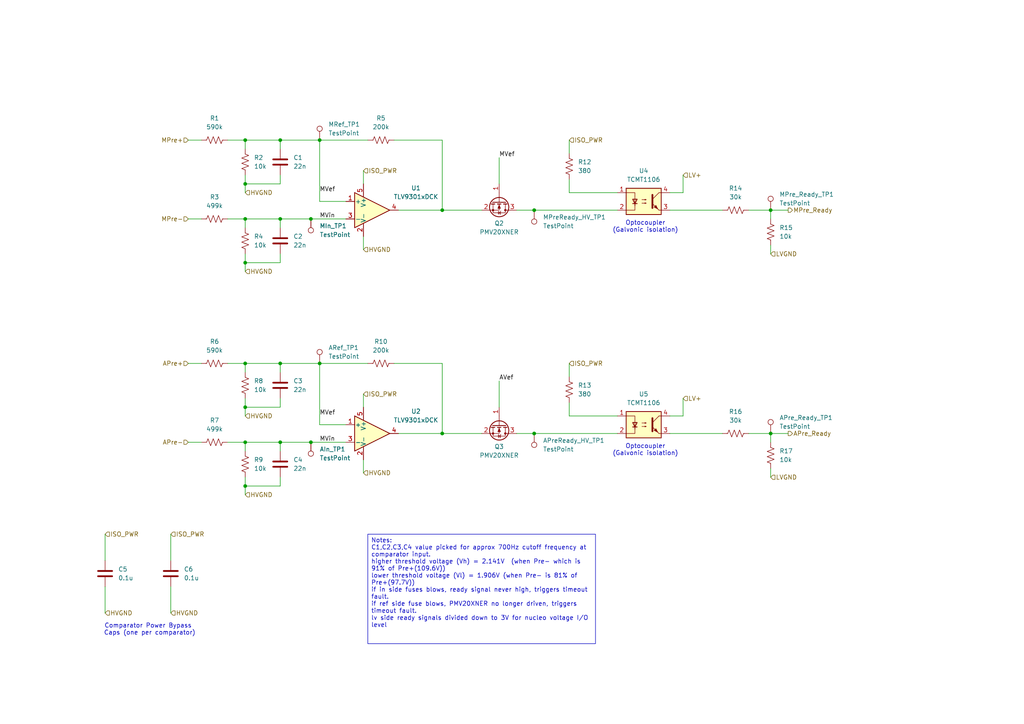
<source format=kicad_sch>
(kicad_sch (version 20250114) (generator "eeschema") (generator_version "9.0")
  (paper "A4")
  (lib_symbols
    (symbol "Amplifier_Operational:TLV9301xDCK" (pin_names (offset 0.127))
      (property "Reference" "U" (at 7.62 2.54 0))
      (property "Value" "TLV9301xDCK" (at 11.43 -2.54 0))
      (symbol "TLV9301xDCK_0_1"
        (polyline (pts (xy -2.54 5.08) (xy -2.54 -5.08) (xy 7.62 0) (xy -2.54 5.08)) (stroke (width 0.254)) (fill (type background)))
      )
      (symbol "TLV9301xDCK_1_1"
        (pin input line (at -5.08 2.54 0) (length 2.54) (name "+") (number "1"))
        (pin input line (at -5.08 -2.54 0) (length 2.54) (name "-") (number "3"))
        (pin power_in line (at 0 7.62 270) (length 3.81) (name "V+") (number "5"))
        (pin power_in line (at 0 -7.62 90) (length 3.81) (name "V-") (number "2"))
        (pin output line (at 10.16 0 180) (length 2.54) (name "~") (number "4"))
      )
    )
    (symbol "Connector:TestPoint" (pin_numbers (hide yes)) (pin_names (offset 0.762) (hide yes))
      (property "Reference" "TP" (at 0 6.858 0))
      (property "Value" "TestPoint" (at 0 5.08 0))
      (symbol "TestPoint_0_1"
        (circle (center 0 3.302) (radius 0.762))
      )
      (symbol "TestPoint_1_1"
        (pin passive line (at 0 0 90) (length 2.54) (name "1") (number "1"))
      )
    )
    (symbol "Device:C" (pin_numbers (hide yes)) (pin_names (offset 0.254))
      (property "Reference" "C" (at 0.635 2.54 0))
      (property "Value" "C" (at 0.635 -2.54 0))
      (symbol "C_0_1"
        (polyline (pts (xy -2.032 0.762) (xy 2.032 0.762)) (stroke (width 0.508)))
        (polyline (pts (xy -2.032 -0.762) (xy 2.032 -0.762)) (stroke (width 0.508)))
      )
      (symbol "C_1_1"
        (pin passive line (at 0 3.81 270) (length 2.794) (name "~") (number "1"))
        (pin passive line (at 0 -3.81 90) (length 2.794) (name "~") (number "2"))
      )
    )
    (symbol "Device:R_US" (pin_numbers (hide yes)) (pin_names (offset 0))
      (property "Reference" "R" (at 2.54 0 90))
      (property "Value" "R_US" (at -2.54 0 90))
      (symbol "R_US_0_1"
        (polyline (pts (xy 0 2.286) (xy 0 2.54)))
        (polyline (pts (xy 0 2.286) (xy 1.016 1.905) (xy 0 1.524) (xy -1.016 1.143) (xy 0 0.762)))
        (polyline (pts (xy 0 0.762) (xy 1.016 0.381) (xy 0 0) (xy -1.016 -0.381) (xy 0 -0.762)))
        (polyline (pts (xy 0 -0.762) (xy 1.016 -1.143) (xy 0 -1.524) (xy -1.016 -1.905) (xy 0 -2.286)))
        (polyline (pts (xy 0 -2.286) (xy 0 -2.54)))
      )
      (symbol "R_US_1_1"
        (pin passive line (at 0 3.81 270) (length 1.27) (name "~") (number "1"))
        (pin passive line (at 0 -3.81 90) (length 1.27) (name "~") (number "2"))
      )
    )
    (symbol "Isolator:TCMT1106" (pin_names (offset 1.016))
      (property "Reference" "U" (at 0 5.08 0))
      (property "Value" "TCMT1106" (at 0 -5.08 0))
      (symbol "TCMT1106_1_1"
        (rectangle (start -5.08 3.81) (end 5.08 -3.81) (stroke (width 0.254)) (fill (type background)))
        (polyline (pts (xy -5.08 2.54) (xy -2.54 2.54) (xy -2.54 -1.27) (xy -2.54 0.635)))
        (polyline (pts (xy -3.175 -0.635) (xy -1.905 -0.635)) (stroke (width 0.254)))
        (polyline (pts (xy -2.54 -0.635) (xy -2.54 -2.54) (xy -5.08 -2.54)))
        (polyline (pts (xy -2.54 -0.635) (xy -3.175 0.635) (xy -1.905 0.635) (xy -2.54 -0.635)) (stroke (width 0.254)))
        (polyline (pts (xy -0.508 0.508) (xy 0.762 0.508) (xy 0.381 0.381) (xy 0.381 0.635) (xy 0.762 0.508)))
        (polyline (pts (xy -0.508 -0.508) (xy 0.762 -0.508) (xy 0.381 -0.635) (xy 0.381 -0.381) (xy 0.762 -0.508)))
        (polyline (pts (xy 2.54 1.905) (xy 2.54 -1.905) (xy 2.54 -1.905)) (stroke (width 0.508)))
        (polyline (pts (xy 2.54 0.635) (xy 4.445 2.54)))
        (polyline (pts (xy 3.048 -1.651) (xy 3.556 -1.143) (xy 4.064 -2.159) (xy 3.048 -1.651) (xy 3.048 -1.651)) (fill (type outline)))
        (polyline (pts (xy 4.445 2.54) (xy 5.08 2.54)))
        (polyline (pts (xy 4.445 -2.54) (xy 2.54 -0.635)) (fill (type outline)))
        (polyline (pts (xy 4.445 -2.54) (xy 5.08 -2.54)))
        (pin passive line (at -7.62 2.54 0) (length 2.54) (name "~") (number "1"))
        (pin passive line (at -7.62 -2.54 0) (length 2.54) (name "~") (number "2"))
        (pin passive line (at 7.62 2.54 180) (length 2.54) (name "~") (number "4"))
        (pin passive line (at 7.62 -2.54 180) (length 2.54) (name "~") (number "3"))
      )
    )
    (symbol "Transistor_FET:IRLML0030" (pin_names (hide yes))
      (property "Reference" "Q" (at 5.08 1.905 0))
      (property "Value" "IRLML0030" (at 5.08 0 0))
      (symbol "IRLML0030_0_1"
        (polyline (pts (xy 0.254 1.905) (xy 0.254 -1.905)) (stroke (width 0.254)))
        (polyline (pts (xy 0.254 0) (xy -2.54 0)))
        (polyline (pts (xy 0.762 2.286) (xy 0.762 1.27)) (stroke (width 0.254)))
        (polyline (pts (xy 0.762 0.508) (xy 0.762 -0.508)) (stroke (width 0.254)))
        (polyline (pts (xy 0.762 -1.27) (xy 0.762 -2.286)) (stroke (width 0.254)))
        (polyline (pts (xy 0.762 -1.778) (xy 3.302 -1.778) (xy 3.302 1.778) (xy 0.762 1.778)))
        (polyline (pts (xy 1.016 0) (xy 2.032 0.381) (xy 2.032 -0.381) (xy 1.016 0)) (fill (type outline)))
        (circle (center 1.651 0) (radius 2.794) (stroke (width 0.254)))
        (polyline (pts (xy 2.54 2.54) (xy 2.54 1.778)))
        (circle (center 2.54 1.778) (radius 0.254) (fill (type outline)))
        (circle (center 2.54 -1.778) (radius 0.254) (fill (type outline)))
        (polyline (pts (xy 2.54 -2.54) (xy 2.54 0) (xy 0.762 0)))
        (polyline (pts (xy 2.794 0.508) (xy 2.921 0.381) (xy 3.683 0.381) (xy 3.81 0.254)))
        (polyline (pts (xy 3.302 0.381) (xy 2.921 -0.254) (xy 3.683 -0.254) (xy 3.302 0.381)))
      )
      (symbol "IRLML0030_1_1"
        (pin input line (at -5.08 0 0) (length 2.54) (name "G") (number "1"))
        (pin passive line (at 2.54 5.08 270) (length 2.54) (name "D") (number "3"))
        (pin passive line (at 2.54 -5.08 90) (length 2.54) (name "S") (number "2"))
      )
    )
  )
  (text "Optocoupler\n(Galvonic isolation)" (at 187.198 130.556 0) (effects (font (size 1.27 1.27))))
  (text "Comparator Power Bypass \nCaps (one per comparator)" (at 43.434 182.626 0) (effects (font (size 1.27 1.27))))
  (text "Optocoupler\n(Galvonic isolation)" (at 187.198 65.786 0) (effects (font (size 1.27 1.27))))
  (text_box "Notes:\nC1,C2,C3,C4 value picked for approx 700Hz cutoff frequency at comparator input.\nhigher threshold voltage (Vh) = 2.141V  (when Pre- which is 91% of Pre+(109.6V))\nlower threshold voltage (Vl) = 1.906V (when Pre- is 81% of Pre+(97.7V))\nif in side fuses blows, ready signal never high, triggers timeout fault.\nif ref side fuse blows, PMV20XNER no longer driven, triggers timeout fault.\nlv side ready signals divided down to 3V for nucleo voltage I/O level" (at 106.68 154.94 0) (size 66.04 31.75) (margins 0.9525 0.9525 0.9525 0.9525) (effects (font (size 1.27 1.27)) (justify left top)))
  (junction (at 81.28 63.5))
  (junction (at 71.12 76.2))
  (junction (at 128.27 125.73))
  (junction (at 71.12 105.41))
  (junction (at 71.12 128.27))
  (junction (at 71.12 53.34))
  (junction (at 90.17 63.5))
  (junction (at 71.12 63.5))
  (junction (at 154.94 60.96))
  (junction (at 81.28 40.64))
  (junction (at 92.71 105.41))
  (junction (at 81.28 128.27))
  (junction (at 223.52 125.73))
  (junction (at 81.28 105.41))
  (junction (at 90.17 128.27))
  (junction (at 71.12 40.64))
  (junction (at 154.94 125.73))
  (junction (at 71.12 140.97))
  (junction (at 71.12 118.11))
  (junction (at 128.27 60.96))
  (junction (at 223.52 60.96))
  (junction (at 92.71 40.64))
  (wire (pts (xy 54.61 63.5) (xy 58.42 63.5)))
  (wire (pts (xy 194.31 120.65) (xy 198.12 120.65)))
  (wire (pts (xy 165.1 120.65) (xy 165.1 116.84)))
  (wire (pts (xy 81.28 115.57) (xy 81.28 118.11)))
  (wire (pts (xy 81.28 118.11) (xy 71.12 118.11)))
  (wire (pts (xy 92.71 105.41) (xy 81.28 105.41)))
  (wire (pts (xy 81.28 138.43) (xy 81.28 140.97)))
  (wire (pts (xy 165.1 105.41) (xy 165.1 109.22)))
  (wire (pts (xy 71.12 140.97) (xy 71.12 143.51)))
  (wire (pts (xy 66.04 128.27) (xy 71.12 128.27)))
  (wire (pts (xy 71.12 50.8) (xy 71.12 53.34)))
  (wire (pts (xy 71.12 105.41) (xy 71.12 107.95)))
  (wire (pts (xy 128.27 105.41) (xy 114.3 105.41)))
  (wire (pts (xy 71.12 40.64) (xy 71.12 43.18)))
  (wire (pts (xy 115.57 125.73) (xy 128.27 125.73)))
  (wire (pts (xy 144.78 45.72) (xy 144.78 53.34)))
  (wire (pts (xy 90.17 63.5) (xy 100.33 63.5)))
  (wire (pts (xy 54.61 128.27) (xy 58.42 128.27)))
  (wire (pts (xy 81.28 128.27) (xy 90.17 128.27)))
  (wire (pts (xy 223.52 60.96) (xy 223.52 63.5)))
  (wire (pts (xy 115.57 60.96) (xy 128.27 60.96)))
  (wire (pts (xy 81.28 63.5) (xy 90.17 63.5)))
  (wire (pts (xy 66.04 40.64) (xy 71.12 40.64)))
  (wire (pts (xy 81.28 66.04) (xy 81.28 63.5)))
  (wire (pts (xy 154.94 60.96) (xy 179.07 60.96)))
  (wire (pts (xy 81.28 63.5) (xy 71.12 63.5)))
  (wire (pts (xy 49.53 170.18) (xy 49.53 177.8)))
  (wire (pts (xy 223.52 125.73) (xy 228.6 125.73)))
  (wire (pts (xy 90.17 128.27) (xy 100.33 128.27)))
  (wire (pts (xy 217.17 125.73) (xy 223.52 125.73)))
  (wire (pts (xy 128.27 40.64) (xy 114.3 40.64)))
  (wire (pts (xy 92.71 40.64) (xy 106.68 40.64)))
  (wire (pts (xy 30.48 154.94) (xy 30.48 162.56)))
  (wire (pts (xy 71.12 128.27) (xy 71.12 130.81)))
  (wire (pts (xy 165.1 55.88) (xy 179.07 55.88)))
  (wire (pts (xy 105.41 114.3) (xy 105.41 118.11)))
  (wire (pts (xy 54.61 105.41) (xy 58.42 105.41)))
  (wire (pts (xy 194.31 125.73) (xy 209.55 125.73)))
  (wire (pts (xy 81.28 76.2) (xy 71.12 76.2)))
  (wire (pts (xy 194.31 55.88) (xy 198.12 55.88)))
  (wire (pts (xy 81.28 50.8) (xy 81.28 53.34)))
  (wire (pts (xy 71.12 40.64) (xy 81.28 40.64)))
  (wire (pts (xy 144.78 110.49) (xy 144.78 118.11)))
  (wire (pts (xy 71.12 105.41) (xy 81.28 105.41)))
  (wire (pts (xy 100.33 123.19) (xy 92.71 123.19)))
  (wire (pts (xy 92.71 105.41) (xy 92.71 123.19)))
  (wire (pts (xy 217.17 60.96) (xy 223.52 60.96)))
  (wire (pts (xy 71.12 138.43) (xy 71.12 140.97)))
  (wire (pts (xy 81.28 43.18) (xy 81.28 40.64)))
  (wire (pts (xy 81.28 128.27) (xy 71.12 128.27)))
  (wire (pts (xy 92.71 40.64) (xy 92.71 58.42)))
  (wire (pts (xy 223.52 135.89) (xy 223.52 138.43)))
  (wire (pts (xy 194.31 60.96) (xy 209.55 60.96)))
  (wire (pts (xy 105.41 133.35) (xy 105.41 137.16)))
  (wire (pts (xy 165.1 55.88) (xy 165.1 52.07)))
  (wire (pts (xy 165.1 40.64) (xy 165.1 44.45)))
  (wire (pts (xy 81.28 140.97) (xy 71.12 140.97)))
  (wire (pts (xy 54.61 40.64) (xy 58.42 40.64)))
  (wire (pts (xy 105.41 68.58) (xy 105.41 72.39)))
  (wire (pts (xy 92.71 40.64) (xy 81.28 40.64)))
  (wire (pts (xy 81.28 130.81) (xy 81.28 128.27)))
  (wire (pts (xy 49.53 154.94) (xy 49.53 162.56)))
  (wire (pts (xy 71.12 63.5) (xy 71.12 66.04)))
  (wire (pts (xy 81.28 73.66) (xy 81.28 76.2)))
  (wire (pts (xy 71.12 118.11) (xy 71.12 120.65)))
  (wire (pts (xy 71.12 76.2) (xy 71.12 78.74)))
  (wire (pts (xy 223.52 125.73) (xy 223.52 128.27)))
  (wire (pts (xy 66.04 63.5) (xy 71.12 63.5)))
  (wire (pts (xy 149.86 125.73) (xy 154.94 125.73)))
  (wire (pts (xy 92.71 105.41) (xy 106.68 105.41)))
  (wire (pts (xy 81.28 107.95) (xy 81.28 105.41)))
  (wire (pts (xy 105.41 49.53) (xy 105.41 53.34)))
  (wire (pts (xy 223.52 71.12) (xy 223.52 73.66)))
  (wire (pts (xy 71.12 115.57) (xy 71.12 118.11)))
  (wire (pts (xy 165.1 120.65) (xy 179.07 120.65)))
  (wire (pts (xy 30.48 170.18) (xy 30.48 177.8)))
  (wire (pts (xy 71.12 73.66) (xy 71.12 76.2)))
  (wire (pts (xy 128.27 60.96) (xy 139.7 60.96)))
  (wire (pts (xy 149.86 60.96) (xy 154.94 60.96)))
  (wire (pts (xy 198.12 50.8) (xy 198.12 55.88)))
  (wire (pts (xy 100.33 58.42) (xy 92.71 58.42)))
  (wire (pts (xy 128.27 125.73) (xy 128.27 105.41)))
  (wire (pts (xy 128.27 125.73) (xy 139.7 125.73)))
  (wire (pts (xy 154.94 125.73) (xy 179.07 125.73)))
  (wire (pts (xy 71.12 53.34) (xy 71.12 55.88)))
  (wire (pts (xy 223.52 60.96) (xy 228.6 60.96)))
  (wire (pts (xy 66.04 105.41) (xy 71.12 105.41)))
  (wire (pts (xy 128.27 60.96) (xy 128.27 40.64)))
  (wire (pts (xy 198.12 115.57) (xy 198.12 120.65)))
  (wire (pts (xy 81.28 53.34) (xy 71.12 53.34)))
  (label "AVef" (at 144.78 110.49 0))
  (label "MVef" (at 144.78 45.72 0))
  (label "MVin" (at 92.71 63.5 0))
  (label "MVin" (at 92.71 128.27 0))
  (label "MVef" (at 92.71 120.65 0))
  (label "MVef" (at 92.71 55.88 0))
  (hierarchical_label "ISO_PWR" (shape input) (at 30.48 154.94 0))
  (hierarchical_label "LVGND" (shape input) (at 223.52 138.43 0))
  (hierarchical_label "HVGND" (shape input) (at 105.41 72.39 0))
  (hierarchical_label "MPre-" (shape input) (at 54.61 63.5 180))
  (hierarchical_label "APre-" (shape input) (at 54.61 128.27 180))
  (hierarchical_label "LVGND" (shape input) (at 223.52 73.66 0))
  (hierarchical_label "ISO_PWR" (shape input) (at 165.1 105.41 0))
  (hierarchical_label "HVGND" (shape input) (at 71.12 55.88 0))
  (hierarchical_label "LV+" (shape input) (at 198.12 115.57 0))
  (hierarchical_label "MPre_Ready" (shape output) (at 228.6 60.96 0))
  (hierarchical_label "HVGND" (shape input) (at 49.53 177.8 0))
  (hierarchical_label "HVGND" (shape input) (at 71.12 120.65 0))
  (hierarchical_label "LV+" (shape input) (at 198.12 50.8 0))
  (hierarchical_label "ISO_PWR" (shape input) (at 165.1 40.64 0))
  (hierarchical_label "ISO_PWR" (shape input) (at 105.41 114.3 0))
  (hierarchical_label "HVGND" (shape input) (at 71.12 143.51 0))
  (hierarchical_label "HVGND" (shape input) (at 30.48 177.8 0))
  (hierarchical_label "HVGND" (shape input) (at 71.12 78.74 0))
  (hierarchical_label "ISO_PWR" (shape input) (at 49.53 154.94 0))
  (hierarchical_label "ISO_PWR" (shape input) (at 105.41 49.53 0))
  (hierarchical_label "MPre+" (shape input) (at 54.61 40.64 180))
  (hierarchical_label "HVGND" (shape input) (at 105.41 137.16 0))
  (hierarchical_label "APre_Ready" (shape output) (at 228.6 125.73 0))
  (hierarchical_label "APre+" (shape input) (at 54.61 105.41 180))
  (symbol (lib_id "Device:C") (at 81.28 69.85 0) (unit 1)
    (property "Reference" "C2" (at 85.09 68.5799 0) (effects (justify left)))
    (property "Value" "22n" (at 85.09 71.1199 0) (effects (justify left)))
    (property "Description" "Unpolarized capacitor" (effects (hide yes)))
  )
  (symbol (lib_id "Device:R_US") (at 165.1 48.26 180) (unit 1)
    (property "Reference" "R12" (at 167.64 46.9899 0) (effects (justify right)))
    (property "Value" "380" (at 167.64 49.5299 0) (effects (justify right)))
    (property "Footprint" "Resistor_SMD:R_0805_2012Metric" (effects (hide yes)))
    (property "Description" "Resistor, US symbol" (effects (hide yes)))
  )
  (symbol (lib_id "Device:R_US") (at 223.52 132.08 0) (unit 1)
    (property "Reference" "R17" (at 226.06 130.8099 0) (effects (justify left)))
    (property "Value" "10k" (at 226.06 133.3499 0) (effects (justify left)))
    (property "Footprint" "Resistor_SMD:R_0805_2012Metric" (effects (hide yes)))
    (property "Description" "Resistor, US symbol" (effects (hide yes)))
  )
  (symbol (lib_id "Device:R_US") (at 62.23 40.64 90) (unit 1)
    (property "Reference" "R1" (at 62.23 34.29 90))
    (property "Value" "590k" (at 62.23 36.83 90))
    (property "Description" "Resistor, US symbol" (effects (hide yes)))
  )
  (symbol (lib_id "Connector:TestPoint") (at 90.17 128.27 180) (unit 1)
    (property "Reference" "AIn_TP1" (at 92.71 130.3019 0) (effects (justify right)))
    (property "Value" "TestPoint" (at 92.71 132.8419 0) (effects (justify right)))
    (property "Description" "test point" (effects (hide yes)))
  )
  (symbol (lib_id "Device:C") (at 81.28 46.99 0) (unit 1)
    (property "Reference" "C1" (at 85.09 45.7199 0) (effects (justify left)))
    (property "Value" "22n" (at 85.09 48.2599 0) (effects (justify left)))
    (property "Description" "Unpolarized capacitor" (effects (hide yes)))
  )
  (symbol (lib_id "Device:R_US") (at 62.23 128.27 90) (unit 1)
    (property "Reference" "R7" (at 62.23 121.92 90))
    (property "Value" "499k" (at 62.23 124.46 90))
    (property "Description" "Resistor, US symbol" (effects (hide yes)))
  )
  (symbol (lib_id "Connector:TestPoint") (at 154.94 125.73 180) (unit 1)
    (property "Reference" "APreReady_HV_TP1" (at 157.48 127.7619 0) (effects (justify right)))
    (property "Value" "TestPoint" (at 157.48 130.3019 0) (effects (justify right)))
    (property "Description" "test point" (effects (hide yes)))
  )
  (symbol (lib_id "Amplifier_Operational:TLV9301xDCK") (at 105.41 60.96 0) (unit 1)
    (property "Reference" "U1" (at 120.65 54.5398 0))
    (property "Value" "TLV9301xDCK" (at 120.65 57.0798 0))
    (property "Footprint" "Package_TO_SOT_SMD:SOT-353_SC-70-5" (effects (hide yes)))
    (property "Datasheet" "https://www.ti.com/lit/ds/symlink/tlv9301.pdf" (effects (hide yes)))
    (property "Description" "40-V, 1-MHz, RRO Operational Amplifiers for Cost-Sensitive Systems, SC-70" (effects (hide yes)))
  )
  (symbol (lib_id "Connector:TestPoint") (at 223.52 60.96 0) (unit 1)
    (property "Reference" "MPre_Ready_TP1" (at 226.06 56.3879 0) (effects (justify left)))
    (property "Value" "TestPoint" (at 226.06 58.9279 0) (effects (justify left)))
    (property "Footprint" "utsvt-special:TestPoint_HEX_3mmID" (effects (hide yes)))
    (property "Description" "test point" (effects (hide yes)))
  )
  (symbol (lib_id "Device:R_US") (at 110.49 105.41 270) (unit 1)
    (property "Reference" "R10" (at 110.49 99.06 90))
    (property "Value" "200k" (at 110.49 101.6 90))
    (property "Description" "Resistor, US symbol" (effects (hide yes)))
  )
  (symbol (lib_id "Device:C") (at 49.53 166.37 0) (unit 1)
    (property "Reference" "C6" (at 53.34 165.0999 0) (effects (justify left)))
    (property "Value" "0.1u" (at 53.34 167.6399 0) (effects (justify left)))
    (property "Description" "Unpolarized capacitor" (effects (hide yes)))
  )
  (symbol (lib_id "Device:R_US") (at 71.12 134.62 180) (unit 1)
    (property "Reference" "R9" (at 73.66 133.3499 0) (effects (justify right)))
    (property "Value" "10k" (at 73.66 135.8899 0) (effects (justify right)))
    (property "Description" "Resistor, US symbol" (effects (hide yes)))
  )
  (symbol (lib_id "Connector:TestPoint") (at 92.71 105.41 0) (unit 1)
    (property "Reference" "ARef_TP1" (at 95.25 100.8379 0) (effects (justify left)))
    (property "Value" "TestPoint" (at 95.25 103.3779 0) (effects (justify left)))
    (property "Description" "test point" (effects (hide yes)))
  )
  (symbol (lib_id "Device:R_US") (at 213.36 60.96 90) (unit 1)
    (property "Reference" "R14" (at 213.36 54.61 90))
    (property "Value" "30k" (at 213.36 57.15 90))
    (property "Footprint" "Resistor_SMD:R_0805_2012Metric" (effects (hide yes)))
    (property "Description" "Resistor, US symbol" (effects (hide yes)))
  )
  (symbol (lib_id "Device:C") (at 81.28 111.76 0) (unit 1)
    (property "Reference" "C3" (at 85.09 110.4899 0) (effects (justify left)))
    (property "Value" "22n" (at 85.09 113.0299 0) (effects (justify left)))
    (property "Description" "Unpolarized capacitor" (effects (hide yes)))
  )
  (symbol (lib_id "Connector:TestPoint") (at 92.71 40.64 0) (unit 1)
    (property "Reference" "MRef_TP1" (at 95.25 36.0679 0) (effects (justify left)))
    (property "Value" "TestPoint" (at 95.25 38.6079 0) (effects (justify left)))
    (property "Description" "test point" (effects (hide yes)))
  )
  (symbol (lib_id "Isolator:TCMT1106") (at 186.69 123.19 0) (unit 1)
    (property "Reference" "U5" (at 186.69 114.3 0))
    (property "Value" "TCMT1106" (at 186.69 116.84 0))
    (property "Footprint" "Package_SO:SOP-4_4.4x2.6mm_P1.27mm" (effects (hide yes)))
    (property "Datasheet" "https://www.vishay.com/docs/83510/tcmt11.pdf" (effects (hide yes)))
    (property "Description" "Optocoupler, Vce 70V, CTR 100-300%, Viso 3750V (RMS), SOP-4" (effects (hide yes)))
  )
  (symbol (lib_id "Device:R_US") (at 110.49 40.64 270) (unit 1)
    (property "Reference" "R5" (at 110.49 34.29 90))
    (property "Value" "200k" (at 110.49 36.83 90))
    (property "Description" "Resistor, US symbol" (effects (hide yes)))
  )
  (symbol (lib_id "Connector:TestPoint") (at 154.94 60.96 180) (unit 1)
    (property "Reference" "MPreReady_HV_TP1" (at 157.48 62.9919 0) (effects (justify right)))
    (property "Value" "TestPoint" (at 157.48 65.5319 0) (effects (justify right)))
    (property "Description" "test point" (effects (hide yes)))
  )
  (symbol (lib_id "Device:R_US") (at 62.23 105.41 90) (unit 1)
    (property "Reference" "R6" (at 62.23 99.06 90))
    (property "Value" "590k" (at 62.23 101.6 90))
    (property "Description" "Resistor, US symbol" (effects (hide yes)))
  )
  (symbol (lib_id "Device:R_US") (at 71.12 111.76 180) (unit 1)
    (property "Reference" "R8" (at 73.66 110.4899 0) (effects (justify right)))
    (property "Value" "10k" (at 73.66 113.0299 0) (effects (justify right)))
    (property "Description" "Resistor, US symbol" (effects (hide yes)))
  )
  (symbol (lib_id "Device:R_US") (at 213.36 125.73 90) (unit 1)
    (property "Reference" "R16" (at 213.36 119.38 90))
    (property "Value" "30k" (at 213.36 121.92 90))
    (property "Footprint" "Resistor_SMD:R_0805_2012Metric" (effects (hide yes)))
    (property "Description" "Resistor, US symbol" (effects (hide yes)))
  )
  (symbol (lib_id "Device:C") (at 30.48 166.37 0) (unit 1)
    (property "Reference" "C5" (at 34.29 165.0999 0) (effects (justify left)))
    (property "Value" "0.1u" (at 34.29 167.6399 0) (effects (justify left)))
    (property "Description" "Unpolarized capacitor" (effects (hide yes)))
  )
  (symbol (lib_id "Device:C") (at 81.28 134.62 0) (unit 1)
    (property "Reference" "C4" (at 85.09 133.3499 0) (effects (justify left)))
    (property "Value" "22n" (at 85.09 135.8899 0) (effects (justify left)))
    (property "Description" "Unpolarized capacitor" (effects (hide yes)))
  )
  (symbol (lib_id "Device:R_US") (at 71.12 46.99 180) (unit 1)
    (property "Reference" "R2" (at 73.66 45.7199 0) (effects (justify right)))
    (property "Value" "10k" (at 73.66 48.2599 0) (effects (justify right)))
    (property "Description" "Resistor, US symbol" (effects (hide yes)))
  )
  (symbol (lib_id "Amplifier_Operational:TLV9301xDCK") (at 105.41 125.73 0) (unit 1)
    (property "Reference" "U2" (at 120.65 119.3098 0))
    (property "Value" "TLV9301xDCK" (at 120.65 121.8498 0))
    (property "Footprint" "Package_TO_SOT_SMD:SOT-353_SC-70-5" (effects (hide yes)))
    (property "Datasheet" "https://www.ti.com/lit/ds/symlink/tlv9301.pdf" (effects (hide yes)))
    (property "Description" "40-V, 1-MHz, RRO Operational Amplifiers for Cost-Sensitive Systems, SC-70" (effects (hide yes)))
  )
  (symbol (lib_id "Connector:TestPoint") (at 90.17 63.5 180) (unit 1)
    (property "Reference" "MIn_TP1" (at 92.71 65.5319 0) (effects (justify right)))
    (property "Value" "TestPoint" (at 92.71 68.0719 0) (effects (justify right)))
    (property "Description" "test point" (effects (hide yes)))
  )
  (symbol (lib_id "Device:R_US") (at 165.1 113.03 180) (unit 1)
    (property "Reference" "R13" (at 167.64 111.7599 0) (effects (justify right)))
    (property "Value" "380" (at 167.64 114.2999 0) (effects (justify right)))
    (property "Footprint" "Resistor_SMD:R_0805_2012Metric" (effects (hide yes)))
    (property "Description" "Resistor, US symbol" (effects (hide yes)))
  )
  (symbol (lib_id "Device:R_US") (at 62.23 63.5 90) (unit 1)
    (property "Reference" "R3" (at 62.23 57.15 90))
    (property "Value" "499k" (at 62.23 59.69 90))
    (property "Description" "Resistor, US symbol" (effects (hide yes)))
  )
  (symbol (lib_id "Connector:TestPoint") (at 223.52 125.73 0) (unit 1)
    (property "Reference" "APre_Ready_TP1" (at 226.06 121.1579 0) (effects (justify left)))
    (property "Value" "TestPoint" (at 226.06 123.6979 0) (effects (justify left)))
    (property "Footprint" "utsvt-special:TestPoint_HEX_3mmID" (effects (hide yes)))
    (property "Description" "test point" (effects (hide yes)))
  )
  (symbol (lib_id "Device:R_US") (at 71.12 69.85 180) (unit 1)
    (property "Reference" "R4" (at 73.66 68.5799 0) (effects (justify right)))
    (property "Value" "10k" (at 73.66 71.1199 0) (effects (justify right)))
    (property "Description" "Resistor, US symbol" (effects (hide yes)))
  )
  (symbol (lib_id "Transistor_FET:IRLML0030") (at 144.78 58.42 270) (unit 1)
    (property "Reference" "Q2" (at 144.78 64.77 90))
    (property "Value" "PMV20XNER" (at 144.78 67.31 90))
    (property "Footprint" "Package_TO_SOT_SMD:SOT-23" (effects (hide yes)))
    (property "Datasheet" "https://www.infineon.com/dgdl/irlml0030pbf.pdf?fileId=5546d462533600a401535664773825df" (effects (hide yes)))
    (property "Description" "5.3A Id, 30V Vds, 27mOhm Rds, N-Channel HEXFET Power MOSFET, SOT-23" (effects (hide yes)))
  )
  (symbol (lib_id "Isolator:TCMT1106") (at 186.69 58.42 0) (unit 1)
    (property "Reference" "U4" (at 186.69 49.53 0))
    (property "Value" "TCMT1106" (at 186.69 52.07 0))
    (property "Footprint" "Package_SO:SOP-4_4.4x2.6mm_P1.27mm" (effects (hide yes)))
    (property "Datasheet" "https://www.vishay.com/docs/83510/tcmt11.pdf" (effects (hide yes)))
    (property "Description" "Optocoupler, Vce 70V, CTR 100-300%, Viso 3750V (RMS), SOP-4" (effects (hide yes)))
  )
  (symbol (lib_id "Device:R_US") (at 223.52 67.31 0) (unit 1)
    (property "Reference" "R15" (at 226.06 66.0399 0) (effects (justify left)))
    (property "Value" "10k" (at 226.06 68.5799 0) (effects (justify left)))
    (property "Footprint" "Resistor_SMD:R_0805_2012Metric" (effects (hide yes)))
    (property "Description" "Resistor, US symbol" (effects (hide yes)))
  )
  (symbol (lib_id "Transistor_FET:IRLML0030") (at 144.78 123.19 270) (unit 1)
    (property "Reference" "Q3" (at 144.78 129.54 90))
    (property "Value" "PMV20XNER" (at 144.78 132.08 90))
    (property "Footprint" "Package_TO_SOT_SMD:SOT-23" (effects (hide yes)))
    (property "Datasheet" "https://www.infineon.com/dgdl/irlml0030pbf.pdf?fileId=5546d462533600a401535664773825df" (effects (hide yes)))
    (property "Description" "5.3A Id, 30V Vds, 27mOhm Rds, N-Channel HEXFET Power MOSFET, SOT-23" (effects (hide yes)))
  )
)
</source>
